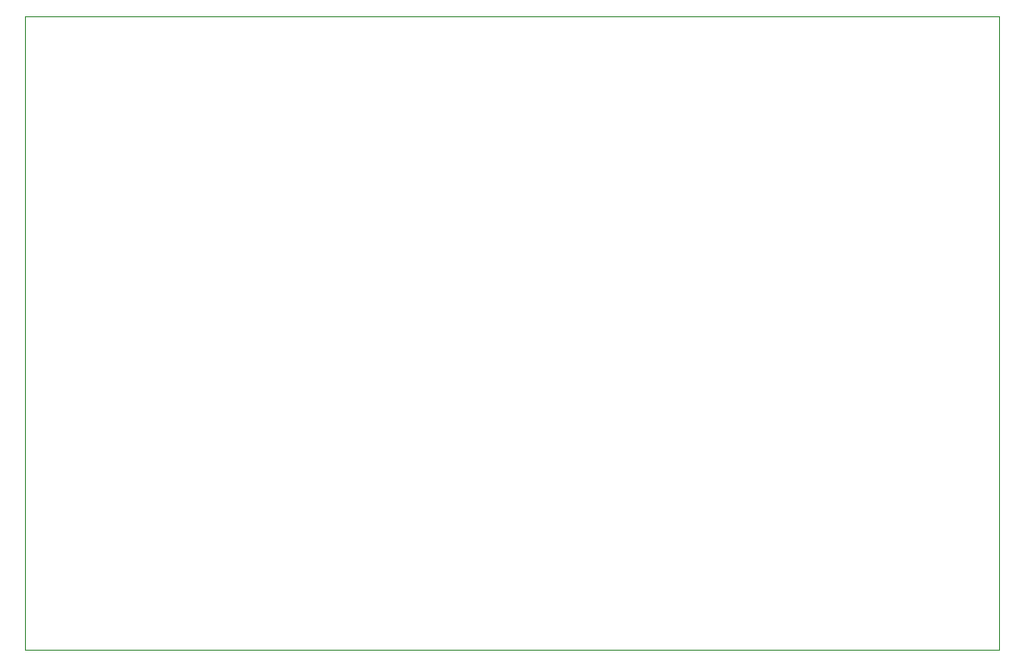
<source format=gm1>
G04 #@! TF.GenerationSoftware,KiCad,Pcbnew,8.0.1*
G04 #@! TF.CreationDate,2024-08-17T14:36:57+08:00*
G04 #@! TF.ProjectId,MatchBox v0.3,4d617463-6842-46f7-9820-76302e332e6b,rev?*
G04 #@! TF.SameCoordinates,Original*
G04 #@! TF.FileFunction,Profile,NP*
%FSLAX46Y46*%
G04 Gerber Fmt 4.6, Leading zero omitted, Abs format (unit mm)*
G04 Created by KiCad (PCBNEW 8.0.1) date 2024-08-17 14:36:57*
%MOMM*%
%LPD*%
G01*
G04 APERTURE LIST*
G04 #@! TA.AperFunction,Profile*
%ADD10C,0.050000*%
G04 #@! TD*
G04 APERTURE END LIST*
D10*
X76300000Y-59000000D02*
X162300000Y-59000000D01*
X162300000Y-115000000D01*
X76300000Y-115000000D01*
X76300000Y-59000000D01*
M02*

</source>
